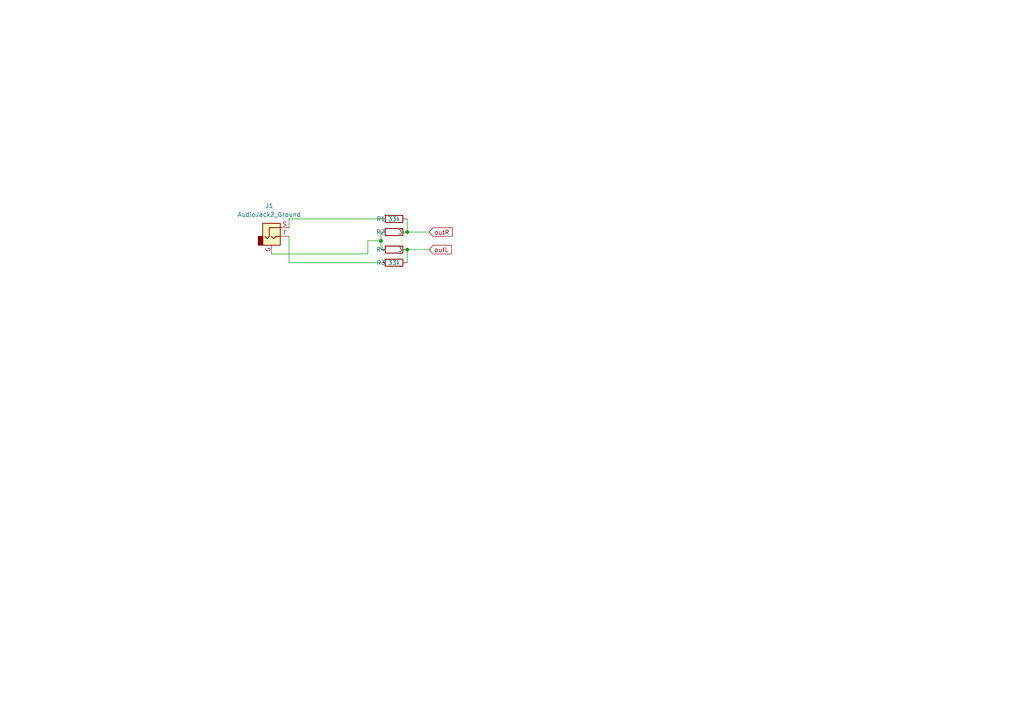
<source format=kicad_sch>
(kicad_sch (version 20230121) (generator eeschema)
  (paper "A4")
  (lib_symbols
    (symbol "Connector_Audio:AudioJack2_Ground"
      (property "Reference" "J" (at 0 8.89 0))
      (property "Value" "AudioJack2_Ground" (at 0 6.35 0))
      (symbol "AudioJack2_Ground_0_1"
        (rectangle (start -2.54 -2.54) (end -3.81 0) (stroke (width 0.254)) (fill (type outline)))
        (polyline (pts (xy 0 0) (xy 0.635 -0.635) (xy 1.27 0) (xy 2.54 0)) (stroke (width 0.254)))
        (polyline (pts (xy 2.54 2.54) (xy -0.635 2.54) (xy -0.635 0) (xy -1.27 -0.635) (xy -1.905 0)) (stroke (width 0.254)))
        (rectangle (start 2.54 3.81) (end -2.54 -2.54) (stroke (width 0.254)) (fill (type background)))
      )
      (symbol "AudioJack2_Ground_1_1"
        (pin passive line (at 0 -5.08 90) (length 2.54) (name "~") (number "G"))
        (pin passive line (at 5.08 2.54 180) (length 2.54) (name "~") (number "S"))
        (pin passive line (at 5.08 0 180) (length 2.54) (name "~") (number "T"))
      )
    )
    (symbol "Device:R" (pin_numbers hide) (pin_names (offset 0))
      (property "Reference" "R" (at 2.032 0 90))
      (property "Value" "R" (at 0 0 90))
      (symbol "R_0_1"
        (rectangle (start -1.016 -2.54) (end 1.016 2.54) (stroke (width 0.254)))
      )
      (symbol "R_1_1"
        (pin passive line (at 0 3.81 270) (length 1.27) (name "~") (number "1"))
        (pin passive line (at 0 -3.81 90) (length 1.27) (name "~") (number "2"))
      )
    )
  )
  (junction (at 118.11 67.31))
  (junction (at 118.11 72.39))
  (junction (at 110.49 69.85))
  (wire (pts (xy 110.49 69.85) (xy 110.49 72.39)))
  (wire (pts (xy 110.49 69.85) (xy 110.49 67.31)))
  (wire (pts (xy 83.82 63.5) (xy 83.82 66.04)))
  (wire (pts (xy 118.11 72.39) (xy 118.11 76.2)))
  (wire (pts (xy 78.74 73.66) (xy 106.68 73.66)))
  (wire (pts (xy 83.82 76.2) (xy 83.82 68.58)))
  (wire (pts (xy 118.11 63.5) (xy 118.11 67.31)))
  (wire (pts (xy 106.68 69.85) (xy 110.49 69.85)))
  (wire (pts (xy 118.11 67.31) (xy 124.46 67.31)))
  (wire (pts (xy 83.82 63.5) (xy 110.49 63.5)))
  (wire (pts (xy 118.11 72.39) (xy 124.46 72.39)))
  (wire (pts (xy 83.82 76.2) (xy 110.49 76.2)))
  (wire (pts (xy 106.68 73.66) (xy 106.68 69.85)))
  (global_label "outL" (shape input) (at 124.46 72.39 0) (property "Intersheetrefs" "${INTERSHEET_REFS}" (effects hide)))
  (global_label "outR" (shape input) (at 124.46 67.31 0) (property "Intersheetrefs" "${INTERSHEET_REFS}" (effects hide)))
  (symbol (lib_id "Connector_Audio:AudioJack2_Ground") (at 78.74 68.58 0) (unit 1)
    (property "Reference" "J1" (at 78.105 59.69 0))
    (property "Value" "AudioJack2_Ground" (at 78.105 62.23 0))
  )
  (symbol (lib_id "Device:R") (at 114.3 67.31 270) (unit 1)
    (property "Reference" "R2" (at 111.76 67.31 90) (effects (justify right)))
    (property "Value" "3" (at 116.84 67.31 90) (effects (justify right)))
    (property "Footprint" "Resistor_SMD:R_01005_0402Metric_Pad0.57x0.30mm_HandSolder" (effects hide))
  )
  (symbol (lib_id "Device:R") (at 114.3 76.2 90) (unit 1)
    (property "Reference" "R3" (at 110.49 76.2 90))
    (property "Value" "33k" (at 114.3 76.2 90))
    (property "Footprint" "Resistor_SMD:R_01005_0402Metric_Pad0.57x0.30mm_HandSolder" (effects hide))
  )
  (symbol (lib_id "Device:R") (at 114.3 63.5 90) (unit 1)
    (property "Reference" "R1" (at 110.49 63.5 90))
    (property "Value" "33k" (at 114.3 63.5 90))
    (property "Footprint" "Resistor_SMD:R_01005_0402Metric_Pad0.57x0.30mm_HandSolder" (effects hide))
  )
  (symbol (lib_id "Device:R") (at 114.3 72.39 270) (unit 1)
    (property "Reference" "R4" (at 111.76 72.39 90) (effects (justify right)))
    (property "Value" "3" (at 116.84 72.39 90) (effects (justify right)))
    (property "Footprint" "Resistor_SMD:R_01005_0402Metric_Pad0.57x0.30mm_HandSolder" (effects hide))
  )
)
</source>
